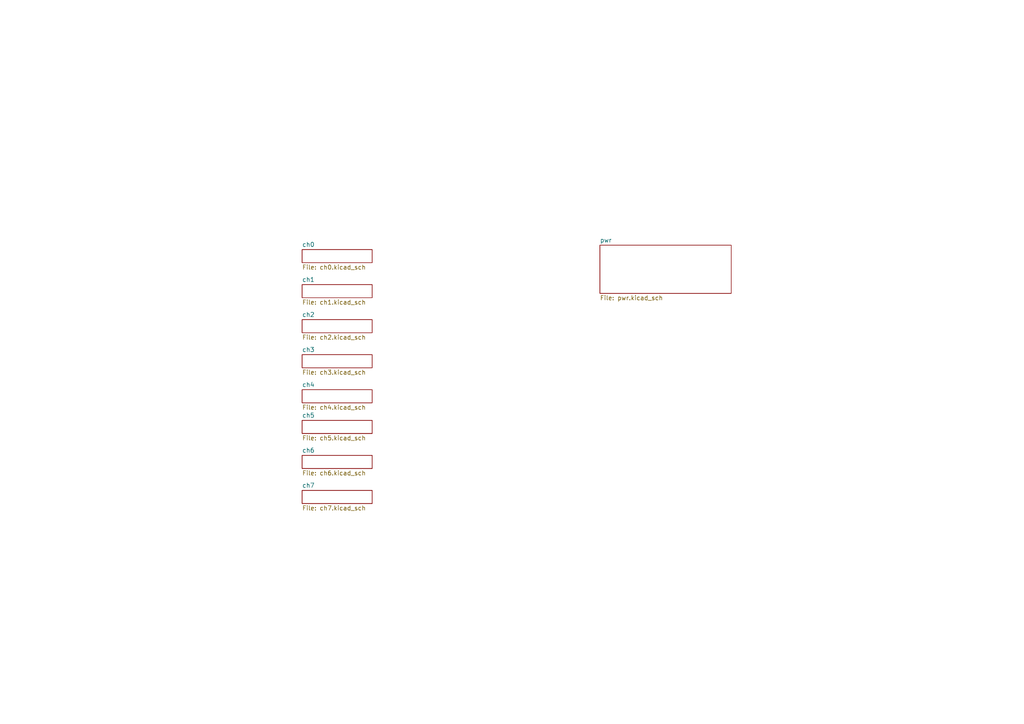
<source format=kicad_sch>
(kicad_sch (version 20230121) (generator eeschema)
  (paper "A4")
  (lib_symbols)
  (sheet (at 87.63 113.03) (size 20.32 3.81) (stroke (width 0.1524))
    (property "Sheetname" "ch4" (at 87.63 112.3184 0) (effects (justify left bottom)))
    (property "Sheetfile" "ch4.kicad_sch" (at 87.63 117.4246 0) (effects (justify left top)))
  )
  (sheet (at 87.63 72.39) (size 20.32 3.81) (stroke (width 0.1524))
    (property "Sheetname" "ch0" (at 87.63 71.6784 0) (effects (justify left bottom)))
    (property "Sheetfile" "ch0.kicad_sch" (at 87.63 76.7846 0) (effects (justify left top)))
  )
  (sheet (at 87.63 82.55) (size 20.32 3.81) (stroke (width 0.1524))
    (property "Sheetname" "ch1" (at 87.63 81.8384 0) (effects (justify left bottom)))
    (property "Sheetfile" "ch1.kicad_sch" (at 87.63 86.9446 0) (effects (justify left top)))
  )
  (sheet (at 87.63 102.87) (size 20.32 3.81) (stroke (width 0.1524))
    (property "Sheetname" "ch3" (at 87.63 102.1584 0) (effects (justify left bottom)))
    (property "Sheetfile" "ch3.kicad_sch" (at 87.63 107.2646 0) (effects (justify left top)))
  )
  (sheet (at 87.63 121.92) (size 20.32 3.81) (stroke (width 0.1524))
    (property "Sheetname" "ch5" (at 87.63 121.2084 0) (effects (justify left bottom)))
    (property "Sheetfile" "ch5.kicad_sch" (at 87.63 126.3146 0) (effects (justify left top)))
  )
  (sheet (at 87.63 92.71) (size 20.32 3.81) (stroke (width 0.1524))
    (property "Sheetname" "ch2" (at 87.63 91.9984 0) (effects (justify left bottom)))
    (property "Sheetfile" "ch2.kicad_sch" (at 87.63 97.1046 0) (effects (justify left top)))
  )
  (sheet (at 173.99 71.12) (size 38.1 13.97) (stroke (width 0.1524))
    (property "Sheetname" "pwr" (at 173.99 70.4084 0) (effects (justify left bottom)))
    (property "Sheetfile" "pwr.kicad_sch" (at 173.99 85.6746 0) (effects (justify left top)))
  )
  (sheet (at 87.63 132.08) (size 20.32 3.81) (stroke (width 0.1524))
    (property "Sheetname" "ch6" (at 87.63 131.3684 0) (effects (justify left bottom)))
    (property "Sheetfile" "ch6.kicad_sch" (at 87.63 136.4746 0) (effects (justify left top)))
  )
  (sheet (at 87.63 142.24) (size 20.32 3.81) (stroke (width 0.1524))
    (property "Sheetname" "ch7" (at 87.63 141.5284 0) (effects (justify left bottom)))
    (property "Sheetfile" "ch7.kicad_sch" (at 87.63 146.6346 0) (effects (justify left top)))
  )
)
</source>
